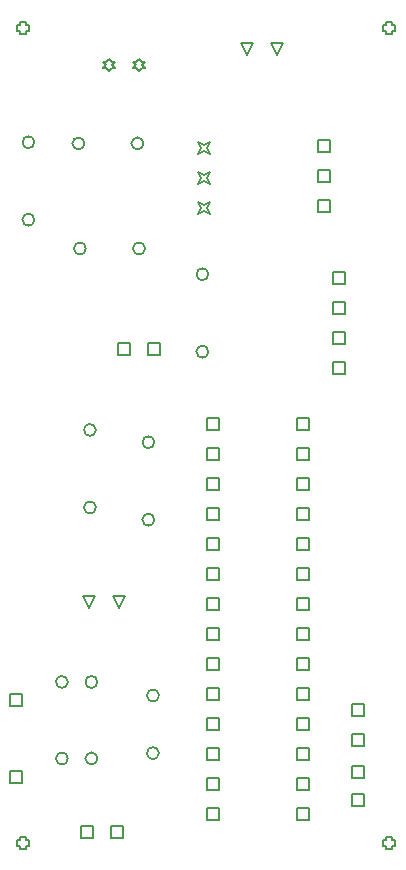
<source format=gbr>
G04*
G04 #@! TF.GenerationSoftware,Altium Limited,Altium Designer,22.4.2 (48)*
G04*
G04 Layer_Color=2752767*
%FSLAX44Y44*%
%MOMM*%
G71*
G04*
G04 #@! TF.SameCoordinates,FA8E5277-3887-454B-883E-EC14CB0092E5*
G04*
G04*
G04 #@! TF.FilePolarity,Positive*
G04*
G01*
G75*
%ADD44C,0.1270*%
%ADD45C,0.1693*%
D44*
X739140Y595630D02*
Y605790D01*
X749300D01*
Y595630D01*
X739140D01*
Y530030D02*
Y540190D01*
X749300D01*
Y530030D01*
X739140D01*
X805815Y678180D02*
X800735Y688340D01*
X810895D01*
X805815Y678180D01*
X831215D02*
X826135Y688340D01*
X836295D01*
X831215Y678180D01*
X798830Y483870D02*
Y494030D01*
X808990D01*
Y483870D01*
X798830D01*
X824230D02*
Y494030D01*
X834390D01*
Y483870D01*
X824230D01*
X965200Y1146810D02*
X960120Y1156970D01*
X970280D01*
X965200Y1146810D01*
X939800D02*
X934720Y1156970D01*
X944880D01*
X939800Y1146810D01*
X848360Y1133650D02*
X850900Y1136190D01*
X853440D01*
X850900Y1138730D01*
X853440Y1141270D01*
X850900D01*
X848360Y1143810D01*
X845820Y1141270D01*
X843280D01*
X845820Y1138730D01*
X843280Y1136190D01*
X845820D01*
X848360Y1133650D01*
X897890Y1062990D02*
X900430Y1068070D01*
X897890Y1073150D01*
X902970Y1070610D01*
X908050Y1073150D01*
X905510Y1068070D01*
X908050Y1062990D01*
X902970Y1065530D01*
X897890Y1062990D01*
X981710Y524510D02*
Y534670D01*
X991870D01*
Y524510D01*
X981710D01*
X822960Y1133650D02*
X825500Y1136190D01*
X828040D01*
X825500Y1138730D01*
X828040Y1141270D01*
X825500D01*
X822960Y1143810D01*
X820420Y1141270D01*
X817880D01*
X820420Y1138730D01*
X817880Y1136190D01*
X820420D01*
X822960Y1133650D01*
X1057460Y1167460D02*
Y1164920D01*
X1062540D01*
Y1167460D01*
X1065080D01*
Y1172540D01*
X1062540D01*
Y1175080D01*
X1057460D01*
Y1172540D01*
X1054920D01*
Y1167460D01*
X1057460D01*
Y477460D02*
Y474920D01*
X1062540D01*
Y477460D01*
X1065080D01*
Y482540D01*
X1062540D01*
Y485080D01*
X1057460D01*
Y482540D01*
X1054920D01*
Y477460D01*
X1057460D01*
X747460D02*
Y474920D01*
X752540D01*
Y477460D01*
X755080D01*
Y482540D01*
X752540D01*
Y485080D01*
X747460D01*
Y482540D01*
X744920D01*
Y477460D01*
X747460D01*
Y1167460D02*
Y1164920D01*
X752540D01*
Y1167460D01*
X755080D01*
Y1172540D01*
X752540D01*
Y1175080D01*
X747460D01*
Y1172540D01*
X744920D01*
Y1167460D01*
X747460D01*
X1012190Y952500D02*
Y962660D01*
X1022350D01*
Y952500D01*
X1012190D01*
Y927100D02*
Y937260D01*
X1022350D01*
Y927100D01*
X1012190D01*
Y901700D02*
Y911860D01*
X1022350D01*
Y901700D01*
X1012190D01*
Y876300D02*
Y886460D01*
X1022350D01*
Y876300D01*
X1012190D01*
X830580Y892810D02*
Y902970D01*
X840740D01*
Y892810D01*
X830580D01*
X855980D02*
Y902970D01*
X866140D01*
Y892810D01*
X855980D01*
X897890Y1012190D02*
X900430Y1017270D01*
X897890Y1022350D01*
X902970Y1019810D01*
X908050Y1022350D01*
X905510Y1017270D01*
X908050Y1012190D01*
X902970Y1014730D01*
X897890Y1012190D01*
Y1037590D02*
X900430Y1042670D01*
X897890Y1047750D01*
X902970Y1045210D01*
X908050Y1047750D01*
X905510Y1042670D01*
X908050Y1037590D01*
X902970Y1040130D01*
X897890Y1037590D01*
X999490Y1064260D02*
Y1074420D01*
X1009650D01*
Y1064260D01*
X999490D01*
Y1038860D02*
Y1049020D01*
X1009650D01*
Y1038860D01*
X999490D01*
Y1013460D02*
Y1023620D01*
X1009650D01*
Y1013460D01*
X999490D01*
X981710Y499110D02*
Y509270D01*
X991870D01*
Y499110D01*
X981710D01*
Y549910D02*
Y560070D01*
X991870D01*
Y549910D01*
X981710D01*
Y575310D02*
Y585470D01*
X991870D01*
Y575310D01*
X981710D01*
Y600710D02*
Y610870D01*
X991870D01*
Y600710D01*
X981710D01*
Y626110D02*
Y636270D01*
X991870D01*
Y626110D01*
X981710D01*
Y651510D02*
Y661670D01*
X991870D01*
Y651510D01*
X981710D01*
Y676910D02*
Y687070D01*
X991870D01*
Y676910D01*
X981710D01*
Y702310D02*
Y712470D01*
X991870D01*
Y702310D01*
X981710D01*
Y727710D02*
Y737870D01*
X991870D01*
Y727710D01*
X981710D01*
Y753110D02*
Y763270D01*
X991870D01*
Y753110D01*
X981710D01*
Y778510D02*
Y788670D01*
X991870D01*
Y778510D01*
X981710D01*
Y803910D02*
Y814070D01*
X991870D01*
Y803910D01*
X981710D01*
Y829310D02*
Y839470D01*
X991870D01*
Y829310D01*
X981710D01*
X905510Y499110D02*
Y509270D01*
X915670D01*
Y499110D01*
X905510D01*
Y524510D02*
Y534670D01*
X915670D01*
Y524510D01*
X905510D01*
Y549910D02*
Y560070D01*
X915670D01*
Y549910D01*
X905510D01*
Y575310D02*
Y585470D01*
X915670D01*
Y575310D01*
X905510D01*
Y600710D02*
Y610870D01*
X915670D01*
Y600710D01*
X905510D01*
Y626110D02*
Y636270D01*
X915670D01*
Y626110D01*
X905510D01*
Y651510D02*
Y661670D01*
X915670D01*
Y651510D01*
X905510D01*
Y676910D02*
Y687070D01*
X915670D01*
Y676910D01*
X905510D01*
Y702310D02*
Y712470D01*
X915670D01*
Y702310D01*
X905510D01*
Y727710D02*
Y737870D01*
X915670D01*
Y727710D01*
X905510D01*
Y753110D02*
Y763270D01*
X915670D01*
Y753110D01*
X905510D01*
Y778510D02*
Y788670D01*
X915670D01*
Y778510D01*
X905510D01*
Y803910D02*
Y814070D01*
X915670D01*
Y803910D01*
X905510D01*
Y829310D02*
Y839470D01*
X915670D01*
Y829310D01*
X905510D01*
X1028700Y510540D02*
Y520700D01*
X1038860D01*
Y510540D01*
X1028700D01*
Y534670D02*
Y544830D01*
X1038860D01*
Y534670D01*
X1028700D01*
Y561340D02*
Y571500D01*
X1038860D01*
Y561340D01*
X1028700D01*
Y586740D02*
Y596900D01*
X1038860D01*
Y586740D01*
X1028700D01*
D45*
X801770Y1071880D02*
G03*
X801770Y1071880I-5080J0D01*
G01*
X851770Y1071880D02*
G03*
X851770Y1071880I-5080J0D01*
G01*
X864870Y555720D02*
G03*
X864870Y555720I-5080J0D01*
G01*
Y604520D02*
G03*
X864870Y604520I-5080J0D01*
G01*
X759460Y1007330D02*
G03*
X759460Y1007330I-5080J0D01*
G01*
Y1072930D02*
G03*
X759460Y1072930I-5080J0D01*
G01*
X812800Y615950D02*
G03*
X812800Y615950I-5080J0D01*
G01*
X787800D02*
G03*
X787800Y615950I-5080J0D01*
G01*
X812800Y551180D02*
G03*
X812800Y551180I-5080J0D01*
G01*
X787800D02*
G03*
X787800Y551180I-5080J0D01*
G01*
X853040Y982980D02*
G03*
X853040Y982980I-5080J0D01*
G01*
X803040Y982980D02*
G03*
X803040Y982980I-5080J0D01*
G01*
X906780Y895570D02*
G03*
X906780Y895570I-5080J0D01*
G01*
Y961170D02*
G03*
X906780Y961170I-5080J0D01*
G01*
X861060Y753330D02*
G03*
X861060Y753330I-5080J0D01*
G01*
Y818930D02*
G03*
X861060Y818930I-5080J0D01*
G01*
X811530Y763710D02*
G03*
X811530Y763710I-5080J0D01*
G01*
Y829310D02*
G03*
X811530Y829310I-5080J0D01*
G01*
M02*

</source>
